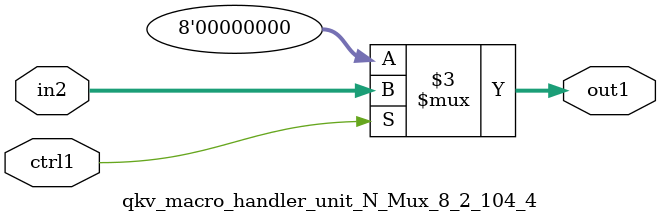
<source format=v>

`timescale 1ps / 1ps


module qkv_macro_handler_unit_N_Mux_8_2_104_4( in2, ctrl1, out1 );

    input [7:0] in2;
    input ctrl1;
    output [7:0] out1;
    reg [7:0] out1;

    
    // rtl_process:qkv_macro_handler_unit_N_Mux_8_2_104_4/qkv_macro_handler_unit_N_Mux_8_2_104_4_thread_1
    always @*
      begin : qkv_macro_handler_unit_N_Mux_8_2_104_4_thread_1
        case (ctrl1) 
          1'b1: 
            begin
              out1 = in2;
            end
          default: 
            begin
              out1 = 8'd000;
            end
        endcase
      end

endmodule





</source>
